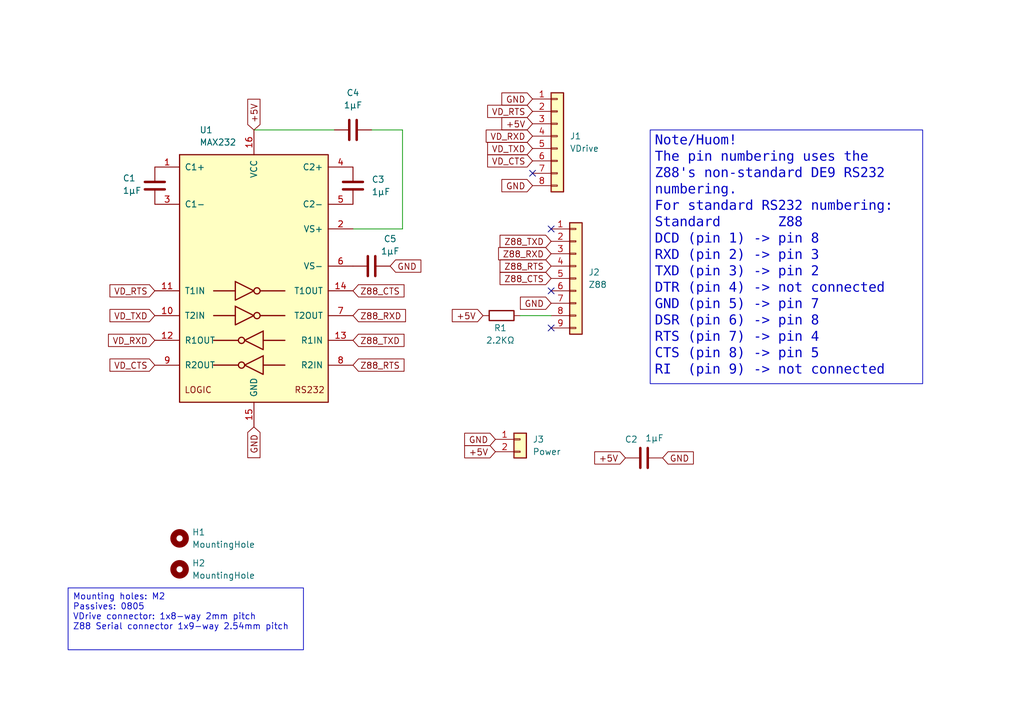
<source format=kicad_sch>
(kicad_sch (version 20250114) (generator "eeschema") (generator_version "9.0")
  (paper "A5")
  (title_block (title "VDriveZ88 Serial Interface Board") (date "9/AUG/2025") (rev "WIP") (company "Brett Hallen"))
  (lib_symbols
    (symbol "Connector_Generic:Conn_01x02" (pin_names (offset 1.016) (hide yes))
      (property "Reference" "J" (at 0 2.54 0))
      (property "Value" "Conn_01x02" (at 0 -5.08 0))
      (symbol "Conn_01x02_1_1"
        (rectangle (start -1.27 1.27) (end 1.27 -3.81) (stroke (width 0.254)) (fill (type background)))
        (rectangle (start -1.27 0.127) (end 0 -0.127) (stroke (width 0.1524)))
        (rectangle (start -1.27 -2.413) (end 0 -2.667) (stroke (width 0.1524)))
        (pin passive line (at -5.08 0 0) (length 3.81) (name "Pin_1") (number "1"))
        (pin passive line (at -5.08 -2.54 0) (length 3.81) (name "Pin_2") (number "2"))
      )
    )
    (symbol "Connector_Generic:Conn_01x08" (pin_names (offset 1.016) (hide yes))
      (property "Reference" "J" (at 0 10.16 0))
      (property "Value" "Conn_01x08" (at 0 -12.7 0))
      (symbol "Conn_01x08_1_1"
        (rectangle (start -1.27 8.89) (end 1.27 -11.43) (stroke (width 0.254)) (fill (type background)))
        (rectangle (start -1.27 7.747) (end 0 7.493) (stroke (width 0.1524)))
        (rectangle (start -1.27 5.207) (end 0 4.953) (stroke (width 0.1524)))
        (rectangle (start -1.27 2.667) (end 0 2.413) (stroke (width 0.1524)))
        (rectangle (start -1.27 0.127) (end 0 -0.127) (stroke (width 0.1524)))
        (rectangle (start -1.27 -2.413) (end 0 -2.667) (stroke (width 0.1524)))
        (rectangle (start -1.27 -4.953) (end 0 -5.207) (stroke (width 0.1524)))
        (rectangle (start -1.27 -7.493) (end 0 -7.747) (stroke (width 0.1524)))
        (rectangle (start -1.27 -10.033) (end 0 -10.287) (stroke (width 0.1524)))
        (pin passive line (at -5.08 7.62 0) (length 3.81) (name "Pin_1") (number "1"))
        (pin passive line (at -5.08 5.08 0) (length 3.81) (name "Pin_2") (number "2"))
        (pin passive line (at -5.08 2.54 0) (length 3.81) (name "Pin_3") (number "3"))
        (pin passive line (at -5.08 0 0) (length 3.81) (name "Pin_4") (number "4"))
        (pin passive line (at -5.08 -2.54 0) (length 3.81) (name "Pin_5") (number "5"))
        (pin passive line (at -5.08 -5.08 0) (length 3.81) (name "Pin_6") (number "6"))
        (pin passive line (at -5.08 -7.62 0) (length 3.81) (name "Pin_7") (number "7"))
        (pin passive line (at -5.08 -10.16 0) (length 3.81) (name "Pin_8") (number "8"))
      )
    )
    (symbol "Connector_Generic:Conn_01x09" (pin_names (offset 1.016) (hide yes))
      (property "Reference" "J" (at 0 12.7 0))
      (property "Value" "Conn_01x09" (at 0 -12.7 0))
      (symbol "Conn_01x09_1_1"
        (rectangle (start -1.27 11.43) (end 1.27 -11.43) (stroke (width 0.254)) (fill (type background)))
        (rectangle (start -1.27 10.287) (end 0 10.033) (stroke (width 0.1524)))
        (rectangle (start -1.27 7.747) (end 0 7.493) (stroke (width 0.1524)))
        (rectangle (start -1.27 5.207) (end 0 4.953) (stroke (width 0.1524)))
        (rectangle (start -1.27 2.667) (end 0 2.413) (stroke (width 0.1524)))
        (rectangle (start -1.27 0.127) (end 0 -0.127) (stroke (width 0.1524)))
        (rectangle (start -1.27 -2.413) (end 0 -2.667) (stroke (width 0.1524)))
        (rectangle (start -1.27 -4.953) (end 0 -5.207) (stroke (width 0.1524)))
        (rectangle (start -1.27 -7.493) (end 0 -7.747) (stroke (width 0.1524)))
        (rectangle (start -1.27 -10.033) (end 0 -10.287) (stroke (width 0.1524)))
        (pin passive line (at -5.08 10.16 0) (length 3.81) (name "Pin_1") (number "1"))
        (pin passive line (at -5.08 7.62 0) (length 3.81) (name "Pin_2") (number "2"))
        (pin passive line (at -5.08 5.08 0) (length 3.81) (name "Pin_3") (number "3"))
        (pin passive line (at -5.08 2.54 0) (length 3.81) (name "Pin_4") (number "4"))
        (pin passive line (at -5.08 0 0) (length 3.81) (name "Pin_5") (number "5"))
        (pin passive line (at -5.08 -2.54 0) (length 3.81) (name "Pin_6") (number "6"))
        (pin passive line (at -5.08 -5.08 0) (length 3.81) (name "Pin_7") (number "7"))
        (pin passive line (at -5.08 -7.62 0) (length 3.81) (name "Pin_8") (number "8"))
        (pin passive line (at -5.08 -10.16 0) (length 3.81) (name "Pin_9") (number "9"))
      )
    )
    (symbol "Device:C" (pin_numbers (hide yes)) (pin_names (offset 0.254))
      (property "Reference" "C" (at 0.635 2.54 0))
      (property "Value" "C" (at 0.635 -2.54 0))
      (symbol "C_0_1"
        (polyline (pts (xy -2.032 0.762) (xy 2.032 0.762)) (stroke (width 0.508)))
        (polyline (pts (xy -2.032 -0.762) (xy 2.032 -0.762)) (stroke (width 0.508)))
      )
      (symbol "C_1_1"
        (pin passive line (at 0 3.81 270) (length 2.794) (name "~") (number "1"))
        (pin passive line (at 0 -3.81 90) (length 2.794) (name "~") (number "2"))
      )
    )
    (symbol "Device:R" (pin_numbers (hide yes)) (pin_names (offset 0))
      (property "Reference" "R" (at 2.032 0 90))
      (property "Value" "R" (at 0 0 90))
      (symbol "R_0_1"
        (rectangle (start -1.016 -2.54) (end 1.016 2.54) (stroke (width 0.254)))
      )
      (symbol "R_1_1"
        (pin passive line (at 0 3.81 270) (length 1.27) (name "~") (number "1"))
        (pin passive line (at 0 -3.81 90) (length 1.27) (name "~") (number "2"))
      )
    )
    (symbol "Interface_UART:MAX232" (pin_names (offset 1.016))
      (property "Reference" "U" (at -2.54 28.575 0))
      (property "Value" "MAX232" (at -2.54 26.67 0))
      (symbol "MAX232_0_0"
        (text "LOGIC" (at -11.43 -22.86 0) (effects (font (size 1.27 1.27))))
        (text "RS232" (at 11.43 -22.86 0) (effects (font (size 1.27 1.27))))
      )
      (symbol "MAX232_0_1"
        (rectangle (start -15.24 -25.4) (end 15.24 25.4) (stroke (width 0.254)) (fill (type background)))
        (polyline (pts (xy -3.81 -0.635) (xy -3.81 -4.445) (xy 0 -2.54) (xy -3.81 -0.635)) (stroke (width 0.254)))
        (polyline (pts (xy -3.81 -2.54) (xy -8.255 -2.54)) (stroke (width 0.254)))
        (polyline (pts (xy -3.81 -5.715) (xy -3.81 -9.525) (xy 0 -7.62) (xy -3.81 -5.715)) (stroke (width 0.254)))
        (polyline (pts (xy -3.81 -7.62) (xy -8.255 -7.62)) (stroke (width 0.254)))
        (polyline (pts (xy -3.175 -12.7) (xy -8.255 -12.7)) (stroke (width 0.254)))
        (polyline (pts (xy -3.175 -17.78) (xy -8.255 -17.78)) (stroke (width 0.254)))
        (circle (center -2.54 -12.7) (radius 0.635) (stroke (width 0.254)))
        (circle (center -2.54 -17.78) (radius 0.635) (stroke (width 0.254)))
        (circle (center 0.635 -2.54) (radius 0.635) (stroke (width 0.254)))
        (circle (center 0.635 -7.62) (radius 0.635) (stroke (width 0.254)))
        (polyline (pts (xy 1.27 -2.54) (xy 6.35 -2.54)) (stroke (width 0.254)))
        (polyline (pts (xy 1.27 -7.62) (xy 6.35 -7.62)) (stroke (width 0.254)))
        (polyline (pts (xy 1.905 -10.795) (xy 1.905 -14.605) (xy -1.905 -12.7) (xy 1.905 -10.795)) (stroke (width 0.254)))
        (polyline (pts (xy 1.905 -12.7) (xy 6.35 -12.7)) (stroke (width 0.254)))
        (polyline (pts (xy 1.905 -15.875) (xy 1.905 -19.685) (xy -1.905 -17.78) (xy 1.905 -15.875)) (stroke (width 0.254)))
        (polyline (pts (xy 1.905 -17.78) (xy 6.35 -17.78)) (stroke (width 0.254)))
      )
      (symbol "MAX232_1_1"
        (pin passive line (at -20.32 22.86 0) (length 5.08) (name "C1+") (number "1"))
        (pin passive line (at -20.32 15.24 0) (length 5.08) (name "C1-") (number "3"))
        (pin input line (at -20.32 -2.54 0) (length 5.08) (name "T1IN") (number "11"))
        (pin input line (at -20.32 -7.62 0) (length 5.08) (name "T2IN") (number "10"))
        (pin output line (at -20.32 -12.7 0) (length 5.08) (name "R1OUT") (number "12"))
        (pin output line (at -20.32 -17.78 0) (length 5.08) (name "R2OUT") (number "9"))
        (pin power_in line (at 0 30.48 270) (length 5.08) (name "VCC") (number "16"))
        (pin power_in line (at 0 -30.48 90) (length 5.08) (name "GND") (number "15"))
        (pin passive line (at 20.32 22.86 180) (length 5.08) (name "C2+") (number "4"))
        (pin passive line (at 20.32 15.24 180) (length 5.08) (name "C2-") (number "5"))
        (pin power_out line (at 20.32 10.16 180) (length 5.08) (name "VS+") (number "2"))
        (pin power_out line (at 20.32 2.54 180) (length 5.08) (name "VS-") (number "6"))
        (pin output line (at 20.32 -2.54 180) (length 5.08) (name "T1OUT") (number "14"))
        (pin output line (at 20.32 -7.62 180) (length 5.08) (name "T2OUT") (number "7"))
        (pin input line (at 20.32 -12.7 180) (length 5.08) (name "R1IN") (number "13"))
        (pin input line (at 20.32 -17.78 180) (length 5.08) (name "R2IN") (number "8"))
      )
    )
    (symbol "Mechanical:MountingHole" (pin_names (offset 1.016)) (in_bom no)
      (property "Reference" "H" (at 0 5.08 0))
      (property "Value" "MountingHole" (at 0 3.175 0))
      (symbol "MountingHole_0_1"
        (circle (center 0 0) (radius 1.27) (stroke (width 1.27)))
      )
    )
  )
  (text_box "Mounting holes: M2\nPassives: 0805\nVDrive connector: 1x8-way 2mm pitch\nZ88 Serial connector 1x9-way 2.54mm pitch" (at 13.97 120.65 0) (size 48.26 12.7) (margins 0.9525 0.9525 0.9525 0.9525) (effects (font (size 1.27 1.27)) (justify left top)))
  (text_box "Note/Huom!\nThe pin numbering uses the Z88's non-standard DE9 RS232 numbering.\nFor standard RS232 numbering:\nStandard       Z88\nDCD (pin 1) -> pin 8\nRXD (pin 2) -> pin 3\nTXD (pin 3) -> pin 2\nDTR (pin 4) -> not connected\nGND (pin 5) -> pin 7\nDSR (pin 6) -> pin 8\nRTS (pin 7) -> pin 4\nCTS (pin 8) -> pin 5\nRI  (pin 9) -> not connected" (at 133.35 26.67 0) (size 55.88 52.07) (margins 0.9525 0.9525 0.9525 0.9525) (effects (font (size 2 2)) (justify left top)))
  (no_connect (at 113.03 46.99))
  (no_connect (at 113.03 59.69))
  (no_connect (at 113.03 67.31))
  (no_connect (at 109.22 35.56))
  (wire (pts (xy 82.55 46.99) (xy 72.39 46.99)))
  (wire (pts (xy 106.68 64.77) (xy 113.03 64.77)))
  (wire (pts (xy 52.07 26.67) (xy 68.58 26.67)))
  (wire (pts (xy 76.2 26.67) (xy 82.55 26.67)))
  (wire (pts (xy 82.55 26.67) (xy 82.55 46.99)))
  (global_label "VD_TXD" (shape input) (at 109.22 30.48 180) (property "Intersheetrefs" "${INTERSHEET_REFS}" (effects (hide yes))))
  (global_label "VD_RTS" (shape input) (at 31.75 59.69 180) (property "Intersheetrefs" "${INTERSHEET_REFS}" (effects (hide yes))))
  (global_label "GND" (shape input) (at 109.22 20.32 180) (property "Intersheetrefs" "${INTERSHEET_REFS}" (effects (hide yes))))
  (global_label "VD_RTS" (shape input) (at 109.22 22.86 180) (property "Intersheetrefs" "${INTERSHEET_REFS}" (effects (hide yes))))
  (global_label "VD_RXD" (shape input) (at 109.22 27.94 180) (property "Intersheetrefs" "${INTERSHEET_REFS}" (effects (hide yes))))
  (global_label "GND" (shape input) (at 135.89 93.98 0) (property "Intersheetrefs" "${INTERSHEET_REFS}" (effects (hide yes))))
  (global_label "VD_TXD" (shape input) (at 31.75 64.77 180) (property "Intersheetrefs" "${INTERSHEET_REFS}" (effects (hide yes))))
  (global_label "Z88_TXD" (shape input) (at 113.03 49.53 180) (property "Intersheetrefs" "${INTERSHEET_REFS}" (effects (hide yes))))
  (global_label "VD_RXD" (shape input) (at 31.75 69.85 180) (property "Intersheetrefs" "${INTERSHEET_REFS}" (effects (hide yes))))
  (global_label "VD_CTS" (shape input) (at 31.75 74.93 180) (property "Intersheetrefs" "${INTERSHEET_REFS}" (effects (hide yes))))
  (global_label "+5V" (shape input) (at 52.07 26.67 90) (property "Intersheetrefs" "${INTERSHEET_REFS}" (effects (hide yes))))
  (global_label "Z88_RTS" (shape input) (at 113.03 54.61 180) (property "Intersheetrefs" "${INTERSHEET_REFS}" (effects (hide yes))))
  (global_label "+5V" (shape input) (at 128.27 93.98 180) (property "Intersheetrefs" "${INTERSHEET_REFS}" (effects (hide yes))))
  (global_label "GND" (shape input) (at 101.6 90.17 180) (property "Intersheetrefs" "${INTERSHEET_REFS}" (effects (hide yes))))
  (global_label "Z88_RTS" (shape input) (at 72.39 74.93 0) (property "Intersheetrefs" "${INTERSHEET_REFS}" (effects (hide yes))))
  (global_label "Z88_CTS" (shape input) (at 72.39 59.69 0) (property "Intersheetrefs" "${INTERSHEET_REFS}" (effects (hide yes))))
  (global_label "+5V" (shape input) (at 109.22 25.4 180) (property "Intersheetrefs" "${INTERSHEET_REFS}" (effects (hide yes))))
  (global_label "VD_CTS" (shape input) (at 109.22 33.02 180) (property "Intersheetrefs" "${INTERSHEET_REFS}" (effects (hide yes))))
  (global_label "+5V" (shape input) (at 99.06 64.77 180) (property "Intersheetrefs" "${INTERSHEET_REFS}" (effects (hide yes))))
  (global_label "Z88_RXD" (shape input) (at 113.03 52.07 180) (property "Intersheetrefs" "${INTERSHEET_REFS}" (effects (hide yes))))
  (global_label "Z88_CTS" (shape input) (at 113.03 57.15 180) (property "Intersheetrefs" "${INTERSHEET_REFS}" (effects (hide yes))))
  (global_label "GND" (shape input) (at 109.22 38.1 180) (property "Intersheetrefs" "${INTERSHEET_REFS}" (effects (hide yes))))
  (global_label "Z88_RXD" (shape input) (at 72.39 64.77 0) (property "Intersheetrefs" "${INTERSHEET_REFS}" (effects (hide yes))))
  (global_label "GND" (shape input) (at 113.03 62.23 180) (property "Intersheetrefs" "${INTERSHEET_REFS}" (effects (hide yes))))
  (global_label "GND" (shape input) (at 80.01 54.61 0) (property "Intersheetrefs" "${INTERSHEET_REFS}" (effects (hide yes))))
  (global_label "Z88_TXD" (shape input) (at 72.39 69.85 0) (property "Intersheetrefs" "${INTERSHEET_REFS}" (effects (hide yes))))
  (global_label "+5V" (shape input) (at 101.6 92.71 180) (property "Intersheetrefs" "${INTERSHEET_REFS}" (effects (hide yes))))
  (global_label "GND" (shape input) (at 52.07 87.63 270) (property "Intersheetrefs" "${INTERSHEET_REFS}" (effects (hide yes))))
  (symbol (lib_id "Device:C") (at 31.75 38.1 0) (unit 1)
    (property "Reference" "C1" (at 25.146 36.576 0) (effects (justify left)))
    (property "Value" "1µF" (at 25.146 39.116 0) (effects (justify left)))
    (property "Footprint" "Capacitor_SMD:C_0805_2012Metric_Pad1.18x1.45mm_HandSolder" (effects (hide yes)))
    (property "Description" "Unpolarized capacitor" (effects (hide yes)))
  )
  (symbol (lib_id "Connector_Generic:Conn_01x02") (at 106.68 90.17 0) (unit 1)
    (property "Reference" "J3" (at 109.22 90.1699 0) (effects (justify left)))
    (property "Value" "Power" (at 109.22 92.7099 0) (effects (justify left)))
    (property "Footprint" "Connector_PinHeader_2.54mm:PinHeader_1x02_P2.54mm_Vertical" (effects (hide yes)))
    (property "Description" "Generic connector, single row, 01x02, script generated (kicad-library-utils/schlib/autogen/connector/)" (effects (hide yes)))
  )
  (symbol (lib_id "Mechanical:MountingHole") (at 36.83 110.49 0) (unit 1) (in_bom no)
    (property "Reference" "H1" (at 39.37 109.2199 0) (effects (justify left)))
    (property "Value" "MountingHole" (at 39.37 111.7599 0) (effects (justify left)))
    (property "Footprint" "MountingHole:MountingHole_2.2mm_M2" (effects (hide yes)))
    (property "Description" "Mounting Hole without connection" (effects (hide yes)))
  )
  (symbol (lib_id "Device:C") (at 132.08 93.98 90) (unit 1)
    (property "Reference" "C2" (at 130.8099 90.17 90) (effects (justify left)))
    (property "Value" "1µF" (at 136.144 89.916 90) (effects (justify left)))
    (property "Footprint" "Capacitor_SMD:C_0805_2012Metric_Pad1.18x1.45mm_HandSolder" (effects (hide yes)))
    (property "Description" "Unpolarized capacitor" (effects (hide yes)))
  )
  (symbol (lib_id "Device:C") (at 72.39 26.67 90) (unit 1)
    (property "Reference" "C4" (at 72.39 19.05 90))
    (property "Value" "1µF" (at 72.39 21.59 90))
    (property "Footprint" "Capacitor_SMD:C_0805_2012Metric_Pad1.18x1.45mm_HandSolder" (effects (hide yes)))
    (property "Description" "Unpolarized capacitor" (effects (hide yes)))
  )
  (symbol (lib_id "Connector_Generic:Conn_01x08") (at 114.3 27.94 0) (unit 1)
    (property "Reference" "J1" (at 116.84 27.9399 0) (effects (justify left)))
    (property "Value" "VDrive" (at 116.84 30.4799 0) (effects (justify left)))
    (property "Footprint" "Connector_PinHeader_2.00mm:PinHeader_1x08_P2.00mm_Vertical" (effects (hide yes)))
    (property "Description" "Generic connector, single row, 01x08, script generated (kicad-library-utils/schlib/autogen/connector/)" (effects (hide yes)))
  )
  (symbol (lib_id "Device:C") (at 72.39 38.1 0) (unit 1)
    (property "Reference" "C3" (at 76.2 36.8299 0) (effects (justify left)))
    (property "Value" "1µF" (at 76.2 39.3699 0) (effects (justify left)))
    (property "Footprint" "Capacitor_SMD:C_0805_2012Metric_Pad1.18x1.45mm_HandSolder" (effects (hide yes)))
    (property "Description" "Unpolarized capacitor" (effects (hide yes)))
  )
  (symbol (lib_id "Device:R") (at 102.87 64.77 90) (unit 1)
    (property "Reference" "R1" (at 102.616 67.31 90))
    (property "Value" "2.2KΩ" (at 102.616 69.85 90))
    (property "Footprint" "Resistor_SMD:R_0805_2012Metric_Pad1.20x1.40mm_HandSolder" (effects (hide yes)))
    (property "Description" "Resistor" (effects (hide yes)))
  )
  (symbol (lib_id "Device:C") (at 76.2 54.61 90) (unit 1)
    (property "Reference" "C5" (at 80.01 49.022 90))
    (property "Value" "1µF" (at 80.01 51.562 90))
    (property "Footprint" "Capacitor_SMD:C_0805_2012Metric_Pad1.18x1.45mm_HandSolder" (effects (hide yes)))
    (property "Description" "Unpolarized capacitor" (effects (hide yes)))
  )
  (symbol (lib_id "Interface_UART:MAX232") (at 52.07 57.15 0) (unit 1)
    (property "Reference" "U1" (at 40.894 26.67 0) (effects (justify left)))
    (property "Value" "MAX232" (at 40.894 29.21 0) (effects (justify left)))
    (property "Footprint" "Package_SO:SOIC-16W_7.5x10.3mm_P1.27mm" (effects (hide yes)))
    (property "Datasheet" "http://www.ti.com/lit/ds/symlink/max232.pdf" (effects (hide yes)))
    (property "Description" "Dual RS232 driver/receiver, 5V supply, 120kb/s, 0C-70C" (effects (hide yes)))
  )
  (symbol (lib_id "Mechanical:MountingHole") (at 36.83 116.84 0) (unit 1) (in_bom no)
    (property "Reference" "H2" (at 39.37 115.5699 0) (effects (justify left)))
    (property "Value" "MountingHole" (at 39.37 118.1099 0) (effects (justify left)))
    (property "Footprint" "MountingHole:MountingHole_2.2mm_M2" (effects (hide yes)))
    (property "Description" "Mounting Hole without connection" (effects (hide yes)))
  )
  (symbol (lib_id "Connector_Generic:Conn_01x09") (at 118.11 57.15 0) (unit 1)
    (property "Reference" "J2" (at 120.65 55.8799 0) (effects (justify left)))
    (property "Value" "Z88" (at 120.65 58.4199 0) (effects (justify left)))
    (property "Footprint" "Connector_PinHeader_2.54mm:PinHeader_1x09_P2.54mm_Vertical" (effects (hide yes)))
    (property "Description" "Generic connector, single row, 01x09, script generated (kicad-library-utils/schlib/autogen/connector/)" (effects (hide yes)))
  )
)
</source>
